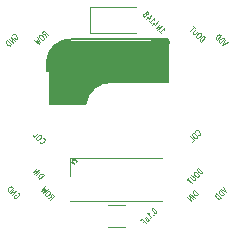
<source format=gbr>
%TF.GenerationSoftware,KiCad,Pcbnew,(5.1.9)-1*%
%TF.CreationDate,2021-02-24T13:10:21+01:00*%
%TF.ProjectId,cell,63656c6c-2e6b-4696-9361-645f70636258,rev?*%
%TF.SameCoordinates,Original*%
%TF.FileFunction,Legend,Bot*%
%TF.FilePolarity,Positive*%
%FSLAX46Y46*%
G04 Gerber Fmt 4.6, Leading zero omitted, Abs format (unit mm)*
G04 Created by KiCad (PCBNEW (5.1.9)-1) date 2021-02-24 13:10:21*
%MOMM*%
%LPD*%
G01*
G04 APERTURE LIST*
%ADD10C,0.150000*%
%ADD11C,0.120000*%
%ADD12C,1.000000*%
%ADD13C,0.300000*%
%ADD14C,0.800000*%
%ADD15C,3.000000*%
%ADD16C,0.500000*%
%ADD17C,3.500000*%
%ADD18C,0.400000*%
%ADD19C,0.062500*%
G04 APERTURE END LIST*
D10*
X96200000Y-81700000D02*
G75*
G02*
X96400000Y-81500000I0J200000D01*
G01*
D11*
%TO.C,L1*%
X95850000Y-81150000D02*
X103650000Y-81150000D01*
X103650000Y-84850000D02*
X95850000Y-84850000D01*
X95850000Y-82750000D02*
X95850000Y-81150000D01*
D10*
%TO.C,SW1*%
X97133682Y-76628529D02*
G75*
G02*
X99350000Y-74750000I2151318J-291471D01*
G01*
X93850000Y-73050001D02*
G75*
G02*
X95949999Y-71150000I2000000J-99999D01*
G01*
D12*
X96733682Y-76228529D02*
G75*
G02*
X98950000Y-74350000I2151318J-291471D01*
G01*
D13*
X93950000Y-73700000D02*
X93950000Y-73050000D01*
D14*
X94450000Y-76150000D02*
X94450000Y-74350001D01*
D15*
X95580000Y-72650000D02*
X95580000Y-74890000D01*
D16*
X103950000Y-74500000D02*
X102650000Y-74450000D01*
D12*
X103650000Y-71750000D02*
X103650000Y-74250000D01*
D17*
X102350000Y-72950000D02*
X95650000Y-72950000D01*
D10*
X104150000Y-74750000D02*
X104150000Y-71150000D01*
X104130000Y-73750000D02*
X104130000Y-71500000D01*
X93850000Y-73800000D02*
X94050000Y-73800000D01*
X94100000Y-72200000D02*
X94100000Y-76650000D01*
X93850000Y-73050000D02*
X93850000Y-73800000D01*
X94100000Y-76650000D02*
X97130000Y-76650000D01*
X99350000Y-74750000D02*
X104150000Y-74750000D01*
X104150000Y-71150000D02*
X95949999Y-71150000D01*
D16*
X94300000Y-76450000D02*
X96750000Y-76450000D01*
D18*
X104000000Y-71350000D02*
X102750000Y-71350000D01*
D11*
%TO.C,C1*%
X100461252Y-87010000D02*
X99038748Y-87010000D01*
X100461252Y-85190000D02*
X99038748Y-85190000D01*
%TO.C,D1*%
X101375000Y-70635000D02*
X97490000Y-70635000D01*
X97490000Y-70635000D02*
X97490000Y-68365000D01*
X97490000Y-68365000D02*
X101375000Y-68365000D01*
%TO.C,*%
D10*
%TO.C,J1*%
D19*
X108783511Y-83629263D02*
X109042783Y-84077098D01*
X108594949Y-83817825D01*
X108854221Y-84265659D02*
X108500668Y-83912106D01*
X108433324Y-83979450D01*
X108409754Y-84036692D01*
X108416488Y-84097301D01*
X108436692Y-84144441D01*
X108490566Y-84225253D01*
X108541074Y-84275761D01*
X108621886Y-84329636D01*
X108669027Y-84349839D01*
X108729636Y-84356573D01*
X108786878Y-84333003D01*
X108854221Y-84265659D01*
X108571379Y-84548502D02*
X108217825Y-84194949D01*
X108150482Y-84262292D01*
X108126911Y-84319534D01*
X108133646Y-84380143D01*
X108153849Y-84427284D01*
X108207724Y-84508096D01*
X108258231Y-84558604D01*
X108339043Y-84612478D01*
X108386184Y-84632682D01*
X108446793Y-84639416D01*
X108504035Y-84615846D01*
X108571379Y-84548502D01*
%TO.C,J2*%
X90938722Y-70807724D02*
X90948824Y-70763950D01*
X90989230Y-70723544D01*
X91046472Y-70699974D01*
X91107081Y-70706708D01*
X91154221Y-70726911D01*
X91235033Y-70780786D01*
X91285541Y-70831294D01*
X91339416Y-70912106D01*
X91359619Y-70959246D01*
X91366353Y-71019856D01*
X91342783Y-71077098D01*
X91315846Y-71104035D01*
X91258604Y-71127605D01*
X91228299Y-71124238D01*
X91110448Y-71006387D01*
X91164323Y-70952512D01*
X91140753Y-71279128D02*
X90787199Y-70925575D01*
X90979128Y-71440753D01*
X90625575Y-71087199D01*
X90844441Y-71575440D02*
X90490888Y-71221886D01*
X90423544Y-71289230D01*
X90399974Y-71346472D01*
X90406708Y-71407081D01*
X90426911Y-71454221D01*
X90480786Y-71535033D01*
X90531294Y-71585541D01*
X90612106Y-71639416D01*
X90659246Y-71659619D01*
X90719856Y-71666353D01*
X90777098Y-71642783D01*
X90844441Y-71575440D01*
%TO.C,J3*%
X93248824Y-79801362D02*
X93245456Y-79831666D01*
X93269027Y-79888908D01*
X93295964Y-79915846D01*
X93353206Y-79939416D01*
X93413815Y-79932682D01*
X93460956Y-79912478D01*
X93541768Y-79858604D01*
X93592275Y-79808096D01*
X93646150Y-79727284D01*
X93666353Y-79680143D01*
X93673088Y-79619534D01*
X93649517Y-79562292D01*
X93622580Y-79535355D01*
X93565338Y-79511785D01*
X93535033Y-79515152D01*
X93393612Y-79306387D02*
X93339737Y-79252512D01*
X93295964Y-79242411D01*
X93235355Y-79249145D01*
X93154543Y-79303020D01*
X93036692Y-79420871D01*
X92982817Y-79501683D01*
X92976082Y-79562292D01*
X92986184Y-79606066D01*
X93040059Y-79659940D01*
X93083832Y-79670042D01*
X93144441Y-79663307D01*
X93225253Y-79609433D01*
X93343104Y-79491582D01*
X93396979Y-79410769D01*
X93403714Y-79350160D01*
X93393612Y-79306387D01*
X92662935Y-79282817D02*
X92797622Y-79417504D01*
X93151175Y-79063950D01*
%TO.C,J4*%
X93962292Y-84582174D02*
X94224932Y-84508096D01*
X94123917Y-84743798D02*
X94477470Y-84390245D01*
X94369720Y-84282495D01*
X94325947Y-84272394D01*
X94295643Y-84275761D01*
X94248502Y-84295964D01*
X94197995Y-84346472D01*
X94177791Y-84393612D01*
X94174424Y-84423917D01*
X94184526Y-84467690D01*
X94292275Y-84575440D01*
X94140753Y-84053527D02*
X94086878Y-83999653D01*
X94043104Y-83989551D01*
X93982495Y-83996285D01*
X93901683Y-84050160D01*
X93783832Y-84168011D01*
X93729957Y-84248824D01*
X93723223Y-84309433D01*
X93733324Y-84353206D01*
X93787199Y-84407081D01*
X93830972Y-84417182D01*
X93891582Y-84410448D01*
X93972394Y-84356573D01*
X94090245Y-84238722D01*
X94144120Y-84157910D01*
X94150854Y-84097301D01*
X94140753Y-84053527D01*
X93925253Y-83838028D02*
X93504356Y-84124238D01*
X93703020Y-83817825D01*
X93396607Y-84016488D01*
X93682817Y-83595592D01*
%TO.C,J5*%
X106649517Y-84270363D02*
X106295964Y-83916810D01*
X106228620Y-83984153D01*
X106205050Y-84041395D01*
X106211785Y-84102004D01*
X106231988Y-84149145D01*
X106285862Y-84229957D01*
X106336370Y-84280465D01*
X106417182Y-84334340D01*
X106464323Y-84354543D01*
X106524932Y-84361277D01*
X106582174Y-84337707D01*
X106649517Y-84270363D01*
X106366675Y-84553206D02*
X106013121Y-84199653D01*
X106231988Y-84687893D02*
X105878434Y-84334340D01*
X106070363Y-84849517D01*
X105716810Y-84495964D01*
%TO.C,J6*%
X107038079Y-82381801D02*
X106684526Y-82028248D01*
X106617182Y-82095592D01*
X106593612Y-82152834D01*
X106600346Y-82213443D01*
X106620549Y-82260583D01*
X106674424Y-82341395D01*
X106724932Y-82391903D01*
X106805744Y-82445778D01*
X106852885Y-82465981D01*
X106913494Y-82472715D01*
X106970736Y-82449145D01*
X107038079Y-82381801D01*
X106347808Y-82364966D02*
X106293933Y-82418840D01*
X106283832Y-82462614D01*
X106290566Y-82523223D01*
X106344441Y-82604035D01*
X106462292Y-82721886D01*
X106543104Y-82775761D01*
X106603714Y-82782495D01*
X106647487Y-82772394D01*
X106701362Y-82718519D01*
X106711463Y-82674746D01*
X106704729Y-82614137D01*
X106650854Y-82533324D01*
X106533003Y-82415473D01*
X106452191Y-82361598D01*
X106391582Y-82354864D01*
X106347808Y-82364966D01*
X106105372Y-82607402D02*
X106391582Y-82893612D01*
X106411785Y-82940753D01*
X106415152Y-82971057D01*
X106405050Y-83014830D01*
X106351175Y-83068705D01*
X106307402Y-83078807D01*
X106277098Y-83075440D01*
X106229957Y-83055236D01*
X105943747Y-82769027D01*
X105849466Y-82863307D02*
X105687842Y-83024932D01*
X106122208Y-83297673D02*
X105768654Y-82944120D01*
%TO.C,J7*%
X109170736Y-71383511D02*
X108722901Y-71642783D01*
X108982174Y-71194949D01*
X108534340Y-71454221D02*
X108887893Y-71100668D01*
X108820549Y-71033324D01*
X108763307Y-71009754D01*
X108702698Y-71016488D01*
X108655558Y-71036692D01*
X108574746Y-71090566D01*
X108524238Y-71141074D01*
X108470363Y-71221886D01*
X108450160Y-71269027D01*
X108443426Y-71329636D01*
X108466996Y-71386878D01*
X108534340Y-71454221D01*
X108251497Y-71171379D02*
X108605050Y-70817825D01*
X108537707Y-70750482D01*
X108480465Y-70726911D01*
X108419856Y-70733646D01*
X108372715Y-70753849D01*
X108291903Y-70807724D01*
X108241395Y-70858231D01*
X108187521Y-70939043D01*
X108167317Y-70986184D01*
X108160583Y-71046793D01*
X108184153Y-71104035D01*
X108251497Y-71171379D01*
%TO.C,J8*%
X91392275Y-84138722D02*
X91436049Y-84148824D01*
X91476455Y-84189230D01*
X91500025Y-84246472D01*
X91493291Y-84307081D01*
X91473088Y-84354221D01*
X91419213Y-84435033D01*
X91368705Y-84485541D01*
X91287893Y-84539416D01*
X91240753Y-84559619D01*
X91180143Y-84566353D01*
X91122901Y-84542783D01*
X91095964Y-84515846D01*
X91072394Y-84458604D01*
X91075761Y-84428299D01*
X91193612Y-84310448D01*
X91247487Y-84364323D01*
X90920871Y-84340753D02*
X91274424Y-83987199D01*
X90759246Y-84179128D01*
X91112800Y-83825575D01*
X90624559Y-84044441D02*
X90978113Y-83690888D01*
X90910769Y-83623544D01*
X90853527Y-83599974D01*
X90792918Y-83606708D01*
X90745778Y-83626911D01*
X90664966Y-83680786D01*
X90614458Y-83731294D01*
X90560583Y-83812106D01*
X90540380Y-83859246D01*
X90533646Y-83919856D01*
X90557216Y-83977098D01*
X90624559Y-84044441D01*
%TO.C,J9*%
X106701362Y-79251175D02*
X106731666Y-79254543D01*
X106788908Y-79230972D01*
X106815846Y-79204035D01*
X106839416Y-79146793D01*
X106832682Y-79086184D01*
X106812478Y-79039043D01*
X106758604Y-78958231D01*
X106708096Y-78907724D01*
X106627284Y-78853849D01*
X106580143Y-78833646D01*
X106519534Y-78826911D01*
X106462292Y-78850482D01*
X106435355Y-78877419D01*
X106411785Y-78934661D01*
X106415152Y-78964966D01*
X106206387Y-79106387D02*
X106152512Y-79160262D01*
X106142411Y-79204035D01*
X106149145Y-79264644D01*
X106203020Y-79345456D01*
X106320871Y-79463307D01*
X106401683Y-79517182D01*
X106462292Y-79523917D01*
X106506066Y-79513815D01*
X106559940Y-79459940D01*
X106570042Y-79416167D01*
X106563307Y-79355558D01*
X106509433Y-79274746D01*
X106391582Y-79156895D01*
X106310769Y-79103020D01*
X106250160Y-79096285D01*
X106206387Y-79106387D01*
X106182817Y-79837064D02*
X106317504Y-79702377D01*
X105963950Y-79348824D01*
%TO.C,J10*%
X93782174Y-70937707D02*
X93708096Y-70675067D01*
X93943798Y-70776082D02*
X93590245Y-70422529D01*
X93482495Y-70530279D01*
X93472394Y-70574052D01*
X93475761Y-70604356D01*
X93495964Y-70651497D01*
X93546472Y-70702004D01*
X93593612Y-70722208D01*
X93623917Y-70725575D01*
X93667690Y-70715473D01*
X93775440Y-70607724D01*
X93253527Y-70759246D02*
X93199653Y-70813121D01*
X93189551Y-70856895D01*
X93196285Y-70917504D01*
X93250160Y-70998316D01*
X93368011Y-71116167D01*
X93448824Y-71170042D01*
X93509433Y-71176776D01*
X93553206Y-71166675D01*
X93607081Y-71112800D01*
X93617182Y-71069027D01*
X93610448Y-71008417D01*
X93556573Y-70927605D01*
X93438722Y-70809754D01*
X93357910Y-70755879D01*
X93297301Y-70749145D01*
X93253527Y-70759246D01*
X93038028Y-70974746D02*
X93324238Y-71395643D01*
X93017825Y-71196979D01*
X93216488Y-71503392D01*
X92795592Y-71217182D01*
%TO.C,J11*%
X93229636Y-82949517D02*
X93583189Y-82595964D01*
X93515846Y-82528620D01*
X93458604Y-82505050D01*
X93397995Y-82511785D01*
X93350854Y-82531988D01*
X93270042Y-82585862D01*
X93219534Y-82636370D01*
X93165659Y-82717182D01*
X93145456Y-82764323D01*
X93138722Y-82824932D01*
X93162292Y-82882174D01*
X93229636Y-82949517D01*
X92946793Y-82666675D02*
X93300346Y-82313121D01*
X92812106Y-82531988D02*
X93165659Y-82178434D01*
X92650482Y-82370363D01*
X93004035Y-82016810D01*
%TO.C,J12*%
X106918198Y-71338079D02*
X107271751Y-70984526D01*
X107204407Y-70917182D01*
X107147165Y-70893612D01*
X107086556Y-70900346D01*
X107039416Y-70920549D01*
X106958604Y-70974424D01*
X106908096Y-71024932D01*
X106854221Y-71105744D01*
X106834018Y-71152885D01*
X106827284Y-71213494D01*
X106850854Y-71270736D01*
X106918198Y-71338079D01*
X106935033Y-70647808D02*
X106881159Y-70593933D01*
X106837385Y-70583832D01*
X106776776Y-70590566D01*
X106695964Y-70644441D01*
X106578113Y-70762292D01*
X106524238Y-70843104D01*
X106517504Y-70903714D01*
X106527605Y-70947487D01*
X106581480Y-71001362D01*
X106625253Y-71011463D01*
X106685862Y-71004729D01*
X106766675Y-70950854D01*
X106884526Y-70833003D01*
X106938401Y-70752191D01*
X106945135Y-70691582D01*
X106935033Y-70647808D01*
X106692597Y-70405372D02*
X106406387Y-70691582D01*
X106359246Y-70711785D01*
X106328942Y-70715152D01*
X106285169Y-70705050D01*
X106231294Y-70651175D01*
X106221192Y-70607402D01*
X106224559Y-70577098D01*
X106244763Y-70529957D01*
X106530972Y-70243747D01*
X106436692Y-70149466D02*
X106275067Y-69987842D01*
X106002326Y-70422208D02*
X106355879Y-70068654D01*
%TO.C,C1*%
X102771057Y-85441717D02*
X102744120Y-85468654D01*
X102734018Y-85512427D01*
X102737385Y-85542732D01*
X102757588Y-85589872D01*
X102811463Y-85670685D01*
X102895643Y-85754864D01*
X102976455Y-85808739D01*
X103023595Y-85828942D01*
X103053900Y-85832309D01*
X103097673Y-85822208D01*
X103124610Y-85795270D01*
X103134712Y-85751497D01*
X103131345Y-85721192D01*
X103111142Y-85674052D01*
X103057267Y-85593240D01*
X102973088Y-85509060D01*
X102892275Y-85455185D01*
X102845135Y-85434982D01*
X102814830Y-85431615D01*
X102771057Y-85441717D01*
X102875440Y-85977098D02*
X102878807Y-86007402D01*
X102909111Y-86010769D01*
X102905744Y-85980465D01*
X102875440Y-85977098D01*
X102909111Y-86010769D01*
X102626269Y-86293612D02*
X102787893Y-86131988D01*
X102707081Y-86212800D02*
X102353527Y-85859246D01*
X102430972Y-85882817D01*
X102491582Y-85889551D01*
X102535355Y-85879450D01*
X102148130Y-86300346D02*
X102383832Y-86536049D01*
X102269348Y-86179128D02*
X102454543Y-86364323D01*
X102474746Y-86411463D01*
X102464644Y-86455236D01*
X102424238Y-86495643D01*
X102380465Y-86505744D01*
X102350160Y-86502377D01*
X101969669Y-86579822D02*
X102063950Y-86485541D01*
X102249145Y-86670736D02*
X101895592Y-86317182D01*
X101760905Y-86451869D01*
%TO.C,D1*%
X103346150Y-70466032D02*
X103507775Y-70627656D01*
X103426962Y-70546844D02*
X103780516Y-70193291D01*
X103756946Y-70270736D01*
X103750211Y-70331345D01*
X103760313Y-70375118D01*
X103224932Y-70344814D02*
X103578485Y-69991260D01*
X103063307Y-70183189D01*
X103416861Y-69829636D01*
X103043104Y-69691582D02*
X102807402Y-69927284D01*
X103245135Y-69624238D02*
X103059940Y-69944120D01*
X102884847Y-69769027D01*
X102511091Y-69630972D02*
X102672715Y-69792597D01*
X102591903Y-69711785D02*
X102945456Y-69358231D01*
X102921886Y-69435676D01*
X102915152Y-69496285D01*
X102925253Y-69540059D01*
X102504356Y-69152834D02*
X102268654Y-69388536D01*
X102706387Y-69085490D02*
X102521192Y-69405372D01*
X102346099Y-69230279D01*
X102282123Y-68997943D02*
X102325896Y-69008045D01*
X102356201Y-69004678D01*
X102403341Y-68984475D01*
X102420177Y-68967639D01*
X102440380Y-68920498D01*
X102443747Y-68890194D01*
X102433646Y-68846421D01*
X102379771Y-68792546D01*
X102335998Y-68782444D01*
X102305693Y-68785811D01*
X102258553Y-68806014D01*
X102241717Y-68822850D01*
X102221514Y-68869991D01*
X102218147Y-68900295D01*
X102228248Y-68944069D01*
X102282123Y-68997943D01*
X102292224Y-69041717D01*
X102288857Y-69072021D01*
X102268654Y-69119162D01*
X102201311Y-69186505D01*
X102154170Y-69206708D01*
X102123866Y-69210076D01*
X102080092Y-69199974D01*
X102026218Y-69146099D01*
X102016116Y-69102326D01*
X102019483Y-69072021D01*
X102039686Y-69024881D01*
X102107030Y-68957537D01*
X102154170Y-68937334D01*
X102184475Y-68933967D01*
X102228248Y-68944069D01*
%TD*%
M02*

</source>
